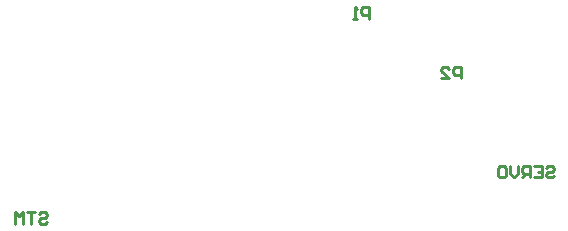
<source format=gbo>
G04*
G04 #@! TF.GenerationSoftware,Altium Limited,Altium Designer,18.1.7 (191)*
G04*
G04 Layer_Color=32896*
%FSLAX44Y44*%
%MOMM*%
G71*
G01*
G75*
%ADD10C,0.2540*%
D10*
X188916Y85801D02*
X190582Y87467D01*
X193914D01*
X195580Y85801D01*
Y84135D01*
X193914Y82468D01*
X190582D01*
X188916Y80802D01*
Y79136D01*
X190582Y77470D01*
X193914D01*
X195580Y79136D01*
X178919Y87467D02*
X185583D01*
Y77470D01*
X178919D01*
X185583Y82468D02*
X182251D01*
X175586Y77470D02*
Y87467D01*
X170588D01*
X168922Y85801D01*
Y82468D01*
X170588Y80802D01*
X175586D01*
X172254D02*
X168922Y77470D01*
X165590Y87467D02*
Y80802D01*
X162257Y77470D01*
X158925Y80802D01*
Y87467D01*
X150595D02*
X153927D01*
X155593Y85801D01*
Y79136D01*
X153927Y77470D01*
X150595D01*
X148928Y79136D01*
Y85801D01*
X150595Y87467D01*
X-240345Y46431D02*
X-238678Y48097D01*
X-235346D01*
X-233680Y46431D01*
Y44764D01*
X-235346Y43098D01*
X-238678D01*
X-240345Y41432D01*
Y39766D01*
X-238678Y38100D01*
X-235346D01*
X-233680Y39766D01*
X-243677Y48097D02*
X-250341D01*
X-247009D01*
Y38100D01*
X-253674D02*
Y48097D01*
X-257006Y44764D01*
X-260338Y48097D01*
Y38100D01*
X116840Y161290D02*
Y171287D01*
X111842D01*
X110176Y169621D01*
Y166288D01*
X111842Y164622D01*
X116840D01*
X100179Y161290D02*
X106843D01*
X100179Y167955D01*
Y169621D01*
X101845Y171287D01*
X105177D01*
X106843Y169621D01*
X39370Y211907D02*
Y221904D01*
X34372D01*
X32706Y220237D01*
Y216905D01*
X34372Y215239D01*
X39370D01*
X29373Y211907D02*
X26041D01*
X27707D01*
Y221904D01*
X29373Y220237D01*
M02*

</source>
